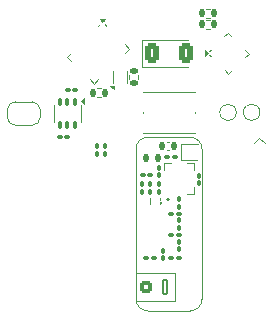
<source format=gbr>
%TF.GenerationSoftware,KiCad,Pcbnew,8.99.0-unknown-ce20689caf~181~ubuntu24.04.1*%
%TF.CreationDate,2024-12-05T10:04:36-05:00*%
%TF.ProjectId,nRF54L15_nPM2100_CR2032,6e524635-344c-4313-955f-6e504d323130,rev?*%
%TF.SameCoordinates,Original*%
%TF.FileFunction,Legend,Top*%
%TF.FilePolarity,Positive*%
%FSLAX46Y46*%
G04 Gerber Fmt 4.6, Leading zero omitted, Abs format (unit mm)*
G04 Created by KiCad (PCBNEW 8.99.0-unknown-ce20689caf~181~ubuntu24.04.1) date 2024-12-05 10:04:36*
%MOMM*%
%LPD*%
G01*
G04 APERTURE LIST*
G04 Aperture macros list*
%AMRoundRect*
0 Rectangle with rounded corners*
0 $1 Rounding radius*
0 $2 $3 $4 $5 $6 $7 $8 $9 X,Y pos of 4 corners*
0 Add a 4 corners polygon primitive as box body*
4,1,4,$2,$3,$4,$5,$6,$7,$8,$9,$2,$3,0*
0 Add four circle primitives for the rounded corners*
1,1,$1+$1,$2,$3*
1,1,$1+$1,$4,$5*
1,1,$1+$1,$6,$7*
1,1,$1+$1,$8,$9*
0 Add four rect primitives between the rounded corners*
20,1,$1+$1,$2,$3,$4,$5,0*
20,1,$1+$1,$4,$5,$6,$7,0*
20,1,$1+$1,$6,$7,$8,$9,0*
20,1,$1+$1,$8,$9,$2,$3,0*%
%AMFreePoly0*
4,1,23,0.500000,-0.750000,0.000000,-0.750000,0.000000,-0.745722,-0.065263,-0.745722,-0.191342,-0.711940,-0.304381,-0.646677,-0.396677,-0.554381,-0.461940,-0.441342,-0.495722,-0.315263,-0.495722,-0.250000,-0.500000,-0.250000,-0.500000,0.250000,-0.495722,0.250000,-0.495722,0.315263,-0.461940,0.441342,-0.396677,0.554381,-0.304381,0.646677,-0.191342,0.711940,-0.065263,0.745722,0.000000,0.745722,
0.000000,0.750000,0.500000,0.750000,0.500000,-0.750000,0.500000,-0.750000,$1*%
%AMFreePoly1*
4,1,23,0.000000,0.745722,0.065263,0.745722,0.191342,0.711940,0.304381,0.646677,0.396677,0.554381,0.461940,0.441342,0.495722,0.315263,0.495722,0.250000,0.500000,0.250000,0.500000,-0.250000,0.495722,-0.250000,0.495722,-0.315263,0.461940,-0.441342,0.396677,-0.554381,0.304381,-0.646677,0.191342,-0.711940,0.065263,-0.745722,0.000000,-0.745722,0.000000,-0.750000,-0.500000,-0.750000,
-0.500000,0.750000,0.000000,0.750000,0.000000,0.745722,0.000000,0.745722,$1*%
G04 Aperture macros list end*
%ADD10C,0.100000*%
%ADD11C,0.120000*%
%ADD12C,0.200000*%
%ADD13C,0.170000*%
%ADD14RoundRect,0.100000X0.130000X0.100000X-0.130000X0.100000X-0.130000X-0.100000X0.130000X-0.100000X0*%
%ADD15RoundRect,0.100000X-0.100000X0.130000X-0.100000X-0.130000X0.100000X-0.130000X0.100000X0.130000X0*%
%ADD16RoundRect,0.100000X0.021213X0.162635X-0.162635X-0.021213X-0.021213X-0.162635X0.162635X0.021213X0*%
%ADD17RoundRect,0.135000X0.135000X0.185000X-0.135000X0.185000X-0.135000X-0.185000X0.135000X-0.185000X0*%
%ADD18RoundRect,0.147500X-0.147500X-0.172500X0.147500X-0.172500X0.147500X0.172500X-0.147500X0.172500X0*%
%ADD19C,1.000000*%
%ADD20RoundRect,0.100000X0.100000X-0.130000X0.100000X0.130000X-0.100000X0.130000X-0.100000X-0.130000X0*%
%ADD21C,0.150000*%
%ADD22RoundRect,0.140000X0.140000X0.170000X-0.140000X0.170000X-0.140000X-0.170000X0.140000X-0.170000X0*%
%ADD23RoundRect,0.100000X-0.162635X0.021213X0.021213X-0.162635X0.162635X-0.021213X-0.021213X0.162635X0*%
%ADD24RoundRect,0.075000X0.175000X0.575000X-0.175000X0.575000X-0.175000X-0.575000X0.175000X-0.575000X0*%
%ADD25RoundRect,0.150000X0.350000X0.350000X-0.350000X0.350000X-0.350000X-0.350000X0.350000X-0.350000X0*%
%ADD26R,0.575000X1.114000*%
%ADD27RoundRect,0.100000X-0.130000X-0.100000X0.130000X-0.100000X0.130000X0.100000X-0.130000X0.100000X0*%
%ADD28RoundRect,0.250000X-0.375000X-0.625000X0.375000X-0.625000X0.375000X0.625000X-0.375000X0.625000X0*%
%ADD29RoundRect,0.033000X-0.021213X-0.207889X0.207889X0.021213X0.021213X0.207889X-0.207889X-0.021213X0*%
%ADD30RoundRect,0.033000X0.021213X-0.207889X0.207889X-0.021213X-0.021213X0.207889X-0.207889X0.021213X0*%
%ADD31R,0.250000X0.400000*%
%ADD32R,0.700000X0.400000*%
%ADD33C,0.990600*%
%ADD34C,0.787400*%
%ADD35RoundRect,0.100000X0.162635X-0.021213X-0.021213X0.162635X-0.162635X0.021213X0.021213X-0.162635X0*%
%ADD36FreePoly0,0.000000*%
%ADD37FreePoly1,0.000000*%
%ADD38R,1.050000X0.650000*%
%ADD39RoundRect,0.060000X-0.392444X-0.194454X-0.194454X-0.392444X0.392444X0.194454X0.194454X0.392444X0*%
%ADD40RoundRect,0.052500X0.689429X0.862670X-0.862670X-0.689429X-0.689429X-0.862670X0.862670X0.689429X0*%
%ADD41RoundRect,0.052500X0.509117X-0.335876X-0.335876X0.509117X-0.509117X0.335876X0.335876X-0.509117X0*%
%ADD42RoundRect,0.135000X-0.185000X0.135000X-0.185000X-0.135000X0.185000X-0.135000X0.185000X0.135000X0*%
%ADD43RoundRect,0.100000X-0.100000X0.225000X-0.100000X-0.225000X0.100000X-0.225000X0.100000X0.225000X0*%
G04 APERTURE END LIST*
D10*
X187200000Y-58100000D02*
X187200000Y-70800000D01*
X188200000Y-71800000D02*
G75*
G02*
X187200000Y-70800000I0J1000000D01*
G01*
X192800000Y-70800000D02*
G75*
G02*
X191800000Y-71800000I-1000000J0D01*
G01*
X191800000Y-57100000D02*
G75*
G02*
X192800000Y-58100000I0J-1000000D01*
G01*
X188200000Y-57100000D02*
X191800000Y-57100000D01*
X192800000Y-70800000D02*
X192800000Y-58100000D01*
X191800000Y-71800000D02*
X188200000Y-71800000D01*
X187200000Y-58100000D02*
G75*
G02*
X188200000Y-57100000I1000000J0D01*
G01*
D11*
%TO.C,U1*%
X189577550Y-59252800D02*
X190135275Y-59252800D01*
X189577550Y-59852400D02*
X189577550Y-59252800D01*
X192108450Y-59252800D02*
X191550725Y-59252800D01*
X192108450Y-59852400D02*
X192108450Y-59252800D01*
X192108450Y-61351600D02*
X192108450Y-61951200D01*
X192108450Y-61951200D02*
X191550725Y-61951200D01*
D12*
X190033000Y-62382000D02*
G75*
G02*
X189833000Y-62382000I-100000J0D01*
G01*
X189833000Y-62382000D02*
G75*
G02*
X190033000Y-62382000I100000J0D01*
G01*
D11*
%TO.C,JP2*%
X193453641Y-47150000D02*
X193146359Y-47150000D01*
X193453641Y-47910000D02*
X193146359Y-47910000D01*
%TO.C,TP2*%
X197700000Y-55000000D02*
G75*
G02*
X196300000Y-55000000I-700000J0D01*
G01*
X196300000Y-55000000D02*
G75*
G02*
X197700000Y-55000000I700000J0D01*
G01*
%TO.C,Y2*%
X188355000Y-62718800D02*
X188355000Y-62268800D01*
X189205000Y-62443800D02*
X189205000Y-62268800D01*
X189205000Y-62718800D02*
X189205000Y-62618800D01*
X189305000Y-62618800D01*
X189205000Y-62718800D01*
G36*
X189205000Y-62718800D02*
G01*
X189205000Y-62618800D01*
X189305000Y-62618800D01*
X189205000Y-62718800D01*
G37*
%TO.C,C10*%
X190027836Y-57470000D02*
X189812164Y-57470000D01*
X190027836Y-58190000D02*
X189812164Y-58190000D01*
%TO.C,JP3*%
X193453641Y-46210000D02*
X193146359Y-46210000D01*
X193453641Y-46970000D02*
X193146359Y-46970000D01*
%TO.C,AE1*%
X187280000Y-71000000D02*
X190480000Y-71000000D01*
X190480000Y-68600000D02*
X187280000Y-68600000D01*
X190480000Y-71000000D02*
X190480000Y-68600000D01*
%TO.C,TP1*%
X195700000Y-55000000D02*
G75*
G02*
X194300000Y-55000000I-700000J0D01*
G01*
X194300000Y-55000000D02*
G75*
G02*
X195700000Y-55000000I700000J0D01*
G01*
%TO.C,Y1*%
X190980000Y-57663800D02*
X190980000Y-59063800D01*
X190980000Y-57663800D02*
X192480000Y-57663800D01*
X190980000Y-59063800D02*
X192380000Y-59063800D01*
%TO.C,R4*%
X184223641Y-52940000D02*
X183916359Y-52940000D01*
X184223641Y-53700000D02*
X183916359Y-53700000D01*
%TO.C,D1*%
X187715000Y-48865000D02*
X187715000Y-51135000D01*
X187715000Y-51135000D02*
X191600000Y-51135000D01*
X191600000Y-48865000D02*
X187715000Y-48865000D01*
D10*
%TO.C,U3*%
X193409010Y-49823223D02*
X193550431Y-49681802D01*
X193409010Y-50106066D02*
X193550431Y-50247487D01*
X194964645Y-48267588D02*
X194681802Y-48550431D01*
X194964645Y-48267588D02*
X195247487Y-48550431D01*
X195035355Y-51732412D02*
X194752513Y-51449569D01*
X195318198Y-51449569D02*
X195035355Y-51732412D01*
X196732412Y-50035355D02*
X196449569Y-49752513D01*
X196732412Y-50035355D02*
X196449569Y-50318198D01*
D11*
X193267588Y-49964645D02*
X193013030Y-50219203D01*
X193013030Y-49710086D01*
X193267588Y-49964645D01*
G36*
X193267588Y-49964645D02*
G01*
X193013030Y-50219203D01*
X193013030Y-49710086D01*
X193267588Y-49964645D01*
G37*
%TO.C,Q1*%
X185240000Y-52500000D02*
X185240000Y-51500000D01*
X186460000Y-52500000D02*
X186460000Y-51500000D01*
X185310000Y-53020000D02*
X185030000Y-52740000D01*
X185310000Y-52740000D01*
X185310000Y-53020000D01*
G36*
X185310000Y-53020000D02*
G01*
X185030000Y-52740000D01*
X185310000Y-52740000D01*
X185310000Y-53020000D01*
G37*
%TO.C,J1*%
X197200000Y-57603949D02*
X197649013Y-57154936D01*
X197649013Y-57154936D02*
X198098026Y-57603949D01*
%TO.C,JP1*%
X176299999Y-55400001D02*
X176299999Y-54799999D01*
X176999999Y-54100000D02*
X178399999Y-54100000D01*
X178399999Y-56100000D02*
X176999999Y-56100000D01*
X179099999Y-54799999D02*
X179099999Y-55400001D01*
X176299999Y-54799999D02*
G75*
G02*
X176999999Y-54100000I699999J0D01*
G01*
X176999999Y-56100000D02*
G75*
G02*
X176299999Y-55400001I-21J699979D01*
G01*
X178399999Y-54100000D02*
G75*
G02*
X179099999Y-54799999I0J-700000D01*
G01*
X179099999Y-55400001D02*
G75*
G02*
X178399999Y-56100000I-700000J1D01*
G01*
%TO.C,SW1*%
X187800000Y-55050000D02*
X187800000Y-54950000D01*
X187800000Y-56750000D02*
X192200000Y-56750000D01*
X192200000Y-53250000D02*
X187800000Y-53250000D01*
X192200000Y-55050000D02*
X192200000Y-54950000D01*
D10*
%TO.C,MK1*%
X181737258Y-49952144D02*
X181383705Y-50305697D01*
X181737258Y-50659251D02*
X181383705Y-50305697D01*
X183292893Y-52214886D02*
X183646447Y-52568439D01*
X184000000Y-47689402D02*
X184141421Y-47547981D01*
X184000000Y-52214886D02*
X183646447Y-52568439D01*
X184141421Y-47123717D02*
X184353553Y-47335849D01*
X184353553Y-47123717D02*
X184353553Y-47335849D01*
X184353553Y-47335849D02*
X184565685Y-47123717D01*
X184459619Y-47229783D02*
X184141421Y-47123717D01*
X184565685Y-47123717D02*
X184141421Y-47123717D01*
X184565685Y-47123717D02*
X184247487Y-47229783D01*
X184707107Y-47689402D02*
X184565685Y-47547981D01*
X186262742Y-49245037D02*
X186616295Y-49598591D01*
X186262742Y-49952144D02*
X186616295Y-49598591D01*
D11*
%TO.C,R1*%
X186620000Y-51846359D02*
X186620000Y-52153641D01*
X187380000Y-51846359D02*
X187380000Y-52153641D01*
%TO.C,U2*%
X180240000Y-54400000D02*
X180240000Y-55800000D01*
X182560000Y-54390000D02*
X182560000Y-55800000D01*
X182840000Y-54260000D02*
X182510000Y-54020000D01*
X182840000Y-53780000D01*
X182840000Y-54260000D01*
G36*
X182840000Y-54260000D02*
G01*
X182510000Y-54020000D01*
X182840000Y-53780000D01*
X182840000Y-54260000D01*
G37*
%TD*%
%LPC*%
D12*
X203066667Y-53427763D02*
X203066667Y-52627763D01*
X203066667Y-53008715D02*
X203523810Y-53008715D01*
X203523810Y-53427763D02*
X203523810Y-52627763D01*
X203904762Y-53351572D02*
X203942857Y-53389668D01*
X203942857Y-53389668D02*
X203904762Y-53427763D01*
X203904762Y-53427763D02*
X203866666Y-53389668D01*
X203866666Y-53389668D02*
X203904762Y-53351572D01*
X203904762Y-53351572D02*
X203904762Y-53427763D01*
X204666666Y-53427763D02*
X204285714Y-53427763D01*
X204285714Y-53427763D02*
X204285714Y-52627763D01*
X204933333Y-53351572D02*
X204971428Y-53389668D01*
X204971428Y-53389668D02*
X204933333Y-53427763D01*
X204933333Y-53427763D02*
X204895237Y-53389668D01*
X204895237Y-53389668D02*
X204933333Y-53351572D01*
X204933333Y-53351572D02*
X204933333Y-53427763D01*
X203009524Y-54487146D02*
X203390477Y-54487146D01*
X202933334Y-54715718D02*
X203200001Y-53915718D01*
X203200001Y-53915718D02*
X203466667Y-54715718D01*
X203733334Y-54639527D02*
X203771429Y-54677623D01*
X203771429Y-54677623D02*
X203733334Y-54715718D01*
X203733334Y-54715718D02*
X203695238Y-54677623D01*
X203695238Y-54677623D02*
X203733334Y-54639527D01*
X203733334Y-54639527D02*
X203733334Y-54715718D01*
X204114286Y-54715718D02*
X204114286Y-53915718D01*
X204114286Y-54296670D02*
X204571429Y-54296670D01*
X204571429Y-54715718D02*
X204571429Y-53915718D01*
X204952381Y-54639527D02*
X204990476Y-54677623D01*
X204990476Y-54677623D02*
X204952381Y-54715718D01*
X204952381Y-54715718D02*
X204914285Y-54677623D01*
X204914285Y-54677623D02*
X204952381Y-54639527D01*
X204952381Y-54639527D02*
X204952381Y-54715718D01*
X202952381Y-56003673D02*
X202952381Y-55203673D01*
X202952381Y-55203673D02*
X203219047Y-55775101D01*
X203219047Y-55775101D02*
X203485714Y-55203673D01*
X203485714Y-55203673D02*
X203485714Y-56003673D01*
X203866667Y-55927482D02*
X203904762Y-55965578D01*
X203904762Y-55965578D02*
X203866667Y-56003673D01*
X203866667Y-56003673D02*
X203828571Y-55965578D01*
X203828571Y-55965578D02*
X203866667Y-55927482D01*
X203866667Y-55927482D02*
X203866667Y-56003673D01*
X204666666Y-55241768D02*
X204590476Y-55203673D01*
X204590476Y-55203673D02*
X204476190Y-55203673D01*
X204476190Y-55203673D02*
X204361904Y-55241768D01*
X204361904Y-55241768D02*
X204285714Y-55317958D01*
X204285714Y-55317958D02*
X204247619Y-55394149D01*
X204247619Y-55394149D02*
X204209523Y-55546530D01*
X204209523Y-55546530D02*
X204209523Y-55660816D01*
X204209523Y-55660816D02*
X204247619Y-55813197D01*
X204247619Y-55813197D02*
X204285714Y-55889387D01*
X204285714Y-55889387D02*
X204361904Y-55965578D01*
X204361904Y-55965578D02*
X204476190Y-56003673D01*
X204476190Y-56003673D02*
X204552381Y-56003673D01*
X204552381Y-56003673D02*
X204666666Y-55965578D01*
X204666666Y-55965578D02*
X204704762Y-55927482D01*
X204704762Y-55927482D02*
X204704762Y-55660816D01*
X204704762Y-55660816D02*
X204552381Y-55660816D01*
X205047619Y-55927482D02*
X205085714Y-55965578D01*
X205085714Y-55965578D02*
X205047619Y-56003673D01*
X205047619Y-56003673D02*
X205009523Y-55965578D01*
X205009523Y-55965578D02*
X205047619Y-55927482D01*
X205047619Y-55927482D02*
X205047619Y-56003673D01*
X203428571Y-56529723D02*
X203352381Y-56491628D01*
X203352381Y-56491628D02*
X203238095Y-56491628D01*
X203238095Y-56491628D02*
X203123809Y-56529723D01*
X203123809Y-56529723D02*
X203047619Y-56605913D01*
X203047619Y-56605913D02*
X203009524Y-56682104D01*
X203009524Y-56682104D02*
X202971428Y-56834485D01*
X202971428Y-56834485D02*
X202971428Y-56948771D01*
X202971428Y-56948771D02*
X203009524Y-57101152D01*
X203009524Y-57101152D02*
X203047619Y-57177342D01*
X203047619Y-57177342D02*
X203123809Y-57253533D01*
X203123809Y-57253533D02*
X203238095Y-57291628D01*
X203238095Y-57291628D02*
X203314286Y-57291628D01*
X203314286Y-57291628D02*
X203428571Y-57253533D01*
X203428571Y-57253533D02*
X203466667Y-57215437D01*
X203466667Y-57215437D02*
X203466667Y-56948771D01*
X203466667Y-56948771D02*
X203314286Y-56948771D01*
X203809524Y-57215437D02*
X203847619Y-57253533D01*
X203847619Y-57253533D02*
X203809524Y-57291628D01*
X203809524Y-57291628D02*
X203771428Y-57253533D01*
X203771428Y-57253533D02*
X203809524Y-57215437D01*
X203809524Y-57215437D02*
X203809524Y-57291628D01*
X204647619Y-57215437D02*
X204609523Y-57253533D01*
X204609523Y-57253533D02*
X204495238Y-57291628D01*
X204495238Y-57291628D02*
X204419047Y-57291628D01*
X204419047Y-57291628D02*
X204304761Y-57253533D01*
X204304761Y-57253533D02*
X204228571Y-57177342D01*
X204228571Y-57177342D02*
X204190476Y-57101152D01*
X204190476Y-57101152D02*
X204152380Y-56948771D01*
X204152380Y-56948771D02*
X204152380Y-56834485D01*
X204152380Y-56834485D02*
X204190476Y-56682104D01*
X204190476Y-56682104D02*
X204228571Y-56605913D01*
X204228571Y-56605913D02*
X204304761Y-56529723D01*
X204304761Y-56529723D02*
X204419047Y-56491628D01*
X204419047Y-56491628D02*
X204495238Y-56491628D01*
X204495238Y-56491628D02*
X204609523Y-56529723D01*
X204609523Y-56529723D02*
X204647619Y-56567818D01*
X204990476Y-57215437D02*
X205028571Y-57253533D01*
X205028571Y-57253533D02*
X204990476Y-57291628D01*
X204990476Y-57291628D02*
X204952380Y-57253533D01*
X204952380Y-57253533D02*
X204990476Y-57215437D01*
X204990476Y-57215437D02*
X204990476Y-57291628D01*
D13*
%TO.C,U1*%
X189943000Y-61418200D03*
X189943000Y-61118200D03*
X189943000Y-60818200D03*
X189943000Y-60518200D03*
X189943000Y-60218200D03*
X189943000Y-59918200D03*
X189943000Y-59618200D03*
X190243000Y-61418200D03*
X190243000Y-60818200D03*
X190243000Y-60518200D03*
X190243000Y-60218200D03*
X190243000Y-59918200D03*
X190243000Y-59618200D03*
X190543000Y-61118200D03*
X190543000Y-60818200D03*
X190543000Y-60518200D03*
X190543000Y-60218200D03*
X190543000Y-59918200D03*
X190543000Y-59618200D03*
X190843000Y-61418200D03*
X190843000Y-61118200D03*
X190843000Y-60818200D03*
X190843000Y-60518200D03*
X190843000Y-60218200D03*
X190843000Y-59918200D03*
X190843000Y-59618200D03*
X191143000Y-61418200D03*
X191143000Y-61118200D03*
X191143000Y-60818200D03*
X191143000Y-60518200D03*
X191143000Y-60218200D03*
X191143000Y-59918200D03*
X191143000Y-59618200D03*
X191443000Y-61418200D03*
X191443000Y-61118200D03*
X191443000Y-60818200D03*
X191443000Y-60518200D03*
X191443000Y-60218200D03*
X191443000Y-59918200D03*
X191443000Y-59618200D03*
X191743000Y-61418200D03*
X191743000Y-61118200D03*
X191743000Y-60818200D03*
X191743000Y-60518200D03*
X191743000Y-60218200D03*
X191743000Y-59918200D03*
X191743000Y-59618200D03*
%TD*%
D14*
%TO.C,L6*%
X190830000Y-67360000D03*
X190190000Y-67360000D03*
%TD*%
D15*
%TO.C,C12*%
X188430000Y-61063800D03*
X188430000Y-61703800D03*
%TD*%
D14*
%TO.C,L7*%
X188720000Y-67360000D03*
X188080000Y-67360000D03*
%TD*%
D16*
%TO.C,C16*%
X193486274Y-48833726D03*
X193033726Y-49286274D03*
%TD*%
D17*
%TO.C,JP2*%
X193810000Y-47530000D03*
X192790000Y-47530000D03*
%TD*%
D15*
%TO.C,L4*%
X190830000Y-65950000D03*
X190830000Y-66590000D03*
%TD*%
D18*
%TO.C,L1*%
X188065000Y-58823800D03*
X189035000Y-58823800D03*
%TD*%
D19*
%TO.C,TP2*%
X197000000Y-55000000D03*
%TD*%
D20*
%TO.C,C1*%
X189130000Y-60313800D03*
X189130000Y-59673800D03*
%TD*%
D21*
%TO.C,Y2*%
X188905000Y-62618800D03*
X188655000Y-62618800D03*
X188655000Y-62368800D03*
X188905000Y-62368800D03*
%TD*%
D22*
%TO.C,C10*%
X190400000Y-57830000D03*
X189440000Y-57830000D03*
%TD*%
D17*
%TO.C,JP3*%
X193810000Y-46590000D03*
X192790000Y-46590000D03*
%TD*%
D23*
%TO.C,C15*%
X196173726Y-48753726D03*
X196626274Y-49206274D03*
%TD*%
D14*
%TO.C,C11*%
X190500000Y-58813800D03*
X189860000Y-58813800D03*
%TD*%
D15*
%TO.C,R3*%
X184590000Y-57850000D03*
X184590000Y-58490000D03*
%TD*%
D24*
%TO.C,AE1*%
X189630000Y-69800000D03*
D25*
X188080000Y-69800000D03*
%TD*%
D14*
%TO.C,C4*%
X182050000Y-53080000D03*
X181410000Y-53080000D03*
%TD*%
D19*
%TO.C,TP1*%
X195000000Y-55000000D03*
%TD*%
D26*
%TO.C,Y1*%
X191367500Y-58363800D03*
X192192500Y-58363800D03*
%TD*%
D27*
%TO.C,C3*%
X180760000Y-57050000D03*
X181400000Y-57050000D03*
%TD*%
D17*
%TO.C,R4*%
X184580000Y-53320000D03*
X183560000Y-53320000D03*
%TD*%
D15*
%TO.C,C2*%
X187730000Y-61063800D03*
X187730000Y-61703800D03*
%TD*%
D28*
%TO.C,D1*%
X188600000Y-50000000D03*
X191400000Y-50000000D03*
%TD*%
D27*
%TO.C,FB1*%
X187760000Y-60313800D03*
X188400000Y-60313800D03*
%TD*%
D29*
%TO.C,U3*%
X193861558Y-50077782D03*
X194215111Y-50431335D03*
X194568665Y-50784889D03*
X194922218Y-51138442D03*
D30*
X195469802Y-50823355D03*
X195823355Y-50469802D03*
D29*
X196138442Y-49922218D03*
X195784889Y-49568665D03*
X195431335Y-49215111D03*
X195077782Y-48861558D03*
D30*
X194530198Y-49176645D03*
X194176645Y-49530198D03*
%TD*%
D31*
%TO.C,Q1*%
X185625000Y-52350000D03*
X186075000Y-52350000D03*
D32*
X185850000Y-51650000D03*
%TD*%
D33*
%TO.C,J1*%
X198996051Y-57603949D03*
X196122369Y-61914472D03*
X194685528Y-60477631D03*
D34*
X197649013Y-58052962D03*
X198547038Y-58950987D03*
X196750987Y-58950987D03*
X197649013Y-59849013D03*
X195852962Y-59849013D03*
X196750987Y-60747038D03*
%TD*%
D35*
%TO.C,C17*%
X195586274Y-48156274D03*
X195133726Y-47703726D03*
%TD*%
D20*
%TO.C,C8*%
X192557697Y-60990000D03*
X192557697Y-60350000D03*
%TD*%
D15*
%TO.C,L2*%
X190830000Y-62350000D03*
X190830000Y-62990000D03*
%TD*%
D23*
%TO.C,C20*%
X185653726Y-47873726D03*
X186106274Y-48326274D03*
%TD*%
D20*
%TO.C,L18*%
X189450000Y-67360000D03*
X189450000Y-66720000D03*
%TD*%
D36*
%TO.C,JP1*%
X177050000Y-55100000D03*
D37*
X178349998Y-55100000D03*
%TD*%
D15*
%TO.C,R2*%
X183890000Y-57850000D03*
X183890000Y-58490000D03*
%TD*%
D38*
%TO.C,SW1*%
X187925000Y-53925000D03*
X192075000Y-53925000D03*
X187925000Y-56075000D03*
X192050000Y-56075000D03*
%TD*%
D14*
%TO.C,C6*%
X190830000Y-63570000D03*
X190190000Y-63570000D03*
%TD*%
%TO.C,C9*%
X190830000Y-65370000D03*
X190190000Y-65370000D03*
%TD*%
D15*
%TO.C,L3*%
X190830000Y-64150000D03*
X190830000Y-64790000D03*
%TD*%
D39*
%TO.C,MK1*%
X184159099Y-49156649D03*
X183204505Y-50111243D03*
X183840901Y-50747639D03*
X184795495Y-49793045D03*
D40*
X183133794Y-49085938D03*
D41*
X185219759Y-48732385D03*
X182780241Y-51171903D03*
D40*
X184866206Y-50818350D03*
%TD*%
D42*
%TO.C,R1*%
X187000000Y-51490000D03*
X187000000Y-52510000D03*
%TD*%
D15*
%TO.C,C5*%
X189130000Y-61073800D03*
X189130000Y-61713800D03*
%TD*%
D43*
%TO.C,U2*%
X182050000Y-54150000D03*
X181400000Y-54150000D03*
X180750000Y-54150000D03*
X180750000Y-56050000D03*
X181400000Y-56050000D03*
X182050000Y-56050000D03*
%TD*%
%LPD*%
M02*

</source>
